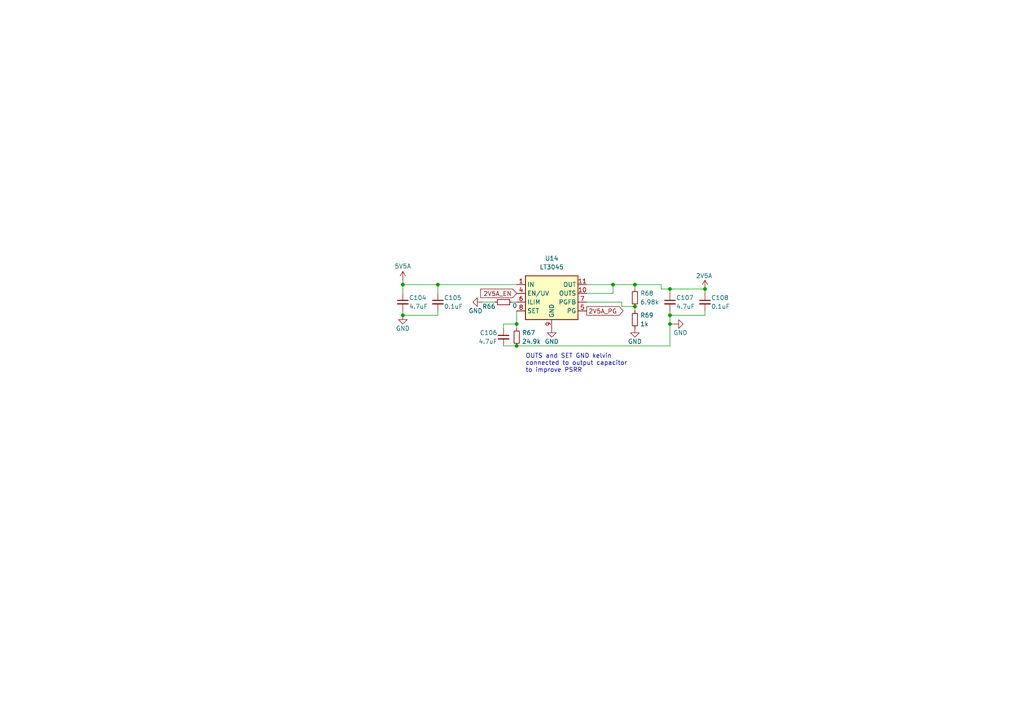
<source format=kicad_sch>
(kicad_sch (version 20250114) (generator "eeschema") (generator_version "9.0")
  (paper "A4")
  (lib_symbols
    (symbol "Device:C_Small" (pin_numbers (hide yes)) (pin_names (offset 0.254) (hide yes))
      (property "Reference" "C" (at 0.254 1.778 0))
      (property "Value" "C_Small" (at 0.254 -2.032 0))
      (symbol "C_Small_0_1"
        (polyline (pts (xy -1.524 0.508) (xy 1.524 0.508)) (stroke (width 0.3048)))
        (polyline (pts (xy -1.524 -0.508) (xy 1.524 -0.508)) (stroke (width 0.3302)))
      )
      (symbol "C_Small_1_1"
        (pin passive line (at 0 2.54 270) (length 2.032) (name "~") (number "1"))
        (pin passive line (at 0 -2.54 90) (length 2.032) (name "~") (number "2"))
      )
    )
    (symbol "Device:R_Small" (pin_numbers (hide yes)) (pin_names (offset 0.254) (hide yes))
      (property "Reference" "R" (at 0.762 0.508 0))
      (property "Value" "R_Small" (at 0.762 -1.016 0))
      (symbol "R_Small_0_1"
        (rectangle (start -0.762 1.778) (end 0.762 -1.778) (stroke (width 0.2032)))
      )
      (symbol "R_Small_1_1"
        (pin passive line (at 0 2.54 270) (length 0.762) (name "~") (number "1"))
        (pin passive line (at 0 -2.54 90) (length 0.762) (name "~") (number "2"))
      )
    )
    (symbol "Regulator_Linear:LT3045xMSE"
      (property "Reference" "U" (at -6.35 6.35 0))
      (property "Value" "LT3045xMSE" (at 1.27 6.35 0))
      (symbol "LT3045xMSE_0_1"
        (rectangle (start -7.62 5.08) (end 7.62 -7.62) (stroke (width 0.254)) (fill (type background)))
      )
      (symbol "LT3045xMSE_1_1"
        (pin power_in line (at -10.16 2.54 0) (length 2.54) (name "IN") (number "1"))
        (pin passive line (at -10.16 2.54 0) (length 2.54) (hide yes) (name "IN") (number "2"))
        (pin passive line (at -10.16 2.54 0) (length 2.54) (hide yes) (name "IN") (number "3"))
        (pin input line (at -10.16 0 0) (length 2.54) (name "EN/UV") (number "4"))
        (pin passive line (at -10.16 -2.54 0) (length 2.54) (name "ILIM") (number "6"))
        (pin passive line (at -10.16 -5.08 0) (length 2.54) (name "SET") (number "8"))
        (pin passive line (at 0 -10.16 90) (length 2.54) (hide yes) (name "GND") (number "13"))
        (pin power_in line (at 0 -10.16 90) (length 2.54) (name "GND") (number "9"))
        (pin power_out line (at 10.16 2.54 180) (length 2.54) (name "OUT") (number "11"))
        (pin passive line (at 10.16 2.54 180) (length 2.54) (hide yes) (name "OUT") (number "12"))
        (pin input line (at 10.16 0 180) (length 2.54) (name "OUTS") (number "10"))
        (pin input line (at 10.16 -2.54 180) (length 2.54) (name "PGFB") (number "7"))
        (pin open_collector line (at 10.16 -5.08 180) (length 2.54) (name "PG") (number "5"))
      )
    )
    (symbol "power:+12V" (power) (pin_numbers (hide yes)) (pin_names (offset 0) (hide yes))
      (property "Value" "+12V" (at 0 3.556 0))
      (symbol "+12V_0_1"
        (polyline (pts (xy -0.762 1.27) (xy 0 2.54)))
        (polyline (pts (xy 0 2.54) (xy 0.762 1.27)))
        (polyline (pts (xy 0 0) (xy 0 2.54)))
      )
      (symbol "+12V_1_1"
        (pin power_in line (at 0 0 90) (length 0) (name "~") (number "1"))
      )
    )
    (symbol "power:GND" (power) (pin_numbers (hide yes)) (pin_names (offset 0) (hide yes))
      (property "Value" "GND" (at 0 -3.81 0))
      (symbol "GND_0_1"
        (polyline (pts (xy 0 0) (xy 0 -1.27) (xy 1.27 -1.27) (xy 0 -2.54) (xy -1.27 -1.27) (xy 0 -1.27)))
      )
      (symbol "GND_1_1"
        (pin power_in line (at 0 0 270) (length 0) (name "~") (number "1"))
      )
    )
  )
  (text "OUTS and SET GND kelvin \nconnected to output capacitor\nto improve PSRR" (at 152.4 105.41 0) (effects (font (size 1.27 1.27)) (justify left)))
  (junction (at 149.86 100.33))
  (junction (at 194.31 93.98))
  (junction (at 116.84 82.55))
  (junction (at 194.31 83.82))
  (junction (at 204.47 83.82))
  (junction (at 177.8 82.55))
  (junction (at 184.15 88.9))
  (junction (at 127 82.55))
  (junction (at 194.31 91.44))
  (junction (at 149.86 93.98))
  (junction (at 116.84 91.44))
  (junction (at 184.15 82.55))
  (wire (pts (xy 184.15 82.55) (xy 184.15 83.82)))
  (wire (pts (xy 191.77 82.55) (xy 184.15 82.55)))
  (wire (pts (xy 170.18 85.09) (xy 177.8 85.09)))
  (wire (pts (xy 194.31 85.09) (xy 194.31 83.82)))
  (wire (pts (xy 116.84 82.55) (xy 127 82.55)))
  (wire (pts (xy 204.47 83.82) (xy 204.47 85.09)))
  (wire (pts (xy 149.86 90.17) (xy 149.86 93.98)))
  (wire (pts (xy 148.59 87.63) (xy 149.86 87.63)))
  (wire (pts (xy 127 85.09) (xy 127 82.55)))
  (wire (pts (xy 184.15 82.55) (xy 177.8 82.55)))
  (wire (pts (xy 191.77 83.82) (xy 194.31 83.82)))
  (wire (pts (xy 116.84 82.55) (xy 116.84 85.09)))
  (wire (pts (xy 177.8 85.09) (xy 177.8 82.55)))
  (wire (pts (xy 204.47 91.44) (xy 194.31 91.44)))
  (wire (pts (xy 194.31 83.82) (xy 204.47 83.82)))
  (wire (pts (xy 170.18 87.63) (xy 180.34 87.63)))
  (wire (pts (xy 194.31 93.98) (xy 195.58 93.98)))
  (wire (pts (xy 143.51 87.63) (xy 139.7 87.63)))
  (wire (pts (xy 116.84 91.44) (xy 127 91.44)))
  (wire (pts (xy 146.05 93.98) (xy 149.86 93.98)))
  (wire (pts (xy 170.18 82.55) (xy 177.8 82.55)))
  (wire (pts (xy 194.31 100.33) (xy 194.31 93.98)))
  (wire (pts (xy 191.77 83.82) (xy 191.77 82.55)))
  (wire (pts (xy 116.84 82.55) (xy 116.84 81.28)))
  (wire (pts (xy 204.47 90.17) (xy 204.47 91.44)))
  (wire (pts (xy 194.31 91.44) (xy 194.31 93.98)))
  (wire (pts (xy 194.31 90.17) (xy 194.31 91.44)))
  (wire (pts (xy 180.34 88.9) (xy 184.15 88.9)))
  (wire (pts (xy 146.05 95.25) (xy 146.05 93.98)))
  (wire (pts (xy 146.05 100.33) (xy 149.86 100.33)))
  (wire (pts (xy 127 82.55) (xy 149.86 82.55)))
  (wire (pts (xy 116.84 91.44) (xy 116.84 90.17)))
  (wire (pts (xy 127 90.17) (xy 127 91.44)))
  (wire (pts (xy 180.34 87.63) (xy 180.34 88.9)))
  (wire (pts (xy 149.86 100.33) (xy 194.31 100.33)))
  (wire (pts (xy 184.15 90.17) (xy 184.15 88.9)))
  (wire (pts (xy 149.86 93.98) (xy 149.86 95.25)))
  (global_label "2V5A_PG" (shape output) (at 170.18 90.17 0) (property "Intersheetrefs" "${INTERSHEET_REFS}" (effects (hide yes))))
  (global_label "2V5A_EN" (shape input) (at 149.86 85.09 180) (property "Intersheetrefs" "${INTERSHEET_REFS}" (effects (hide yes))))
  (symbol (lib_id "power:+12V") (at 116.84 81.28 0) (unit 1)
    (property "Reference" "#PWR0125" (effects (hide yes)))
    (property "Value" "5V5A" (at 116.84 77.216 0))
    (property "Description" "Power symbol creates a global label with name \"+12V\"" (effects (hide yes)))
  )
  (symbol (lib_id "power:GND") (at 139.7 87.63 270) (unit 1)
    (property "Reference" "#PWR0127" (effects (hide yes)))
    (property "Value" "GND" (at 137.922 90.17 90))
    (property "Description" "Power symbol creates a global label with name \"GND\" , ground" (effects (hide yes)))
  )
  (symbol (lib_id "power:GND") (at 184.15 95.25 0) (unit 1)
    (property "Reference" "#PWR0129" (effects (hide yes)))
    (property "Value" "GND" (at 184.15 99.06 0))
    (property "Description" "Power symbol creates a global label with name \"GND\" , ground" (effects (hide yes)))
  )
  (symbol (lib_id "power:GND") (at 195.58 93.98 90) (mirror x) (unit 1)
    (property "Reference" "#PWR0130" (effects (hide yes)))
    (property "Value" "GND" (at 197.358 96.52 90))
    (property "Description" "Power symbol creates a global label with name \"GND\" , ground" (effects (hide yes)))
  )
  (symbol (lib_id "Device:C_Small") (at 127 87.63 0) (unit 1)
    (property "Reference" "C105" (at 128.778 86.36 0) (effects (justify left)))
    (property "Value" "0.1uF" (at 128.778 88.9 0) (effects (justify left)))
    (property "Footprint" "Capacitor_SMD:C_0402_1005Metric" (effects (hide yes)))
    (property "Description" "0.1 µF ±10% 50V Ceramic Capacitor X7R 0402 (1005 Metric)" (effects (hide yes)))
    (property "M" "MURATA" (effects (hide yes)))
    (property "MPN" "GCM155R71H104KE02J" (effects (hide yes)))
  )
  (symbol (lib_id "Device:R_Small") (at 146.05 87.63 90) (mirror x) (unit 1)
    (property "Reference" "R66" (at 143.764 88.9 90) (effects (justify left)))
    (property "Value" "0" (at 148.59 88.646 90) (effects (justify right)))
    (property "Footprint" "Resistor_SMD:R_0603_1608Metric" (effects (hide yes)))
    (property "Description" "0 Ohms Jumper Chip Resistor 0603 (1608 Metric) Automotive AEC-Q200 Thick Film" (effects (hide yes)))
    (property "M" "VISHAY" (effects (hide yes)))
    (property "MPN" "CRCW06030000Z0EA" (effects (hide yes)))
  )
  (symbol (lib_id "Regulator_Linear:LT3045xMSE") (at 160.02 85.09 0) (unit 1)
    (property "Reference" "U14" (at 160.02 74.93 0))
    (property "Value" "LT3045" (at 160.02 77.47 0))
    (property "Footprint" "Package_SO:MSOP-12-1EP_3x4.039mm_P0.65mm_EP1.651x2.845mm" (effects (hide yes)))
    (property "Datasheet" "https://www.analog.com/media/en/technical-documentation/data-sheets/3045fa.pdf" (effects (hide yes)))
    (property "Description" "500mA, Adjustable, Ultralow Noise, Ultrahigh PSRR Linear Regulator, MSOP-12" (effects (hide yes)))
    (property "M" "ANALOG" (effects (hide yes)))
    (property "MPN" "LT3045EMSE#TRPBF" (effects (hide yes)))
  )
  (symbol (lib_id "Device:C_Small") (at 146.05 97.79 0) (mirror y) (unit 1)
    (property "Reference" "C106" (at 144.272 96.52 0) (effects (justify left)))
    (property "Value" "4.7uF" (at 144.272 99.06 0) (effects (justify left)))
    (property "Footprint" "Capacitor_SMD:C_1206_3216Metric" (effects (hide yes)))
    (property "Description" "4.7 µF ±10% 100V Ceramic Capacitor X7R 1206 (3216 Metric)" (effects (hide yes)))
    (property "M" "MURATA" (effects (hide yes)))
    (property "MPN" "GRM31CZ72A475KE11L" (effects (hide yes)))
  )
  (symbol (lib_id "power:GND") (at 116.84 91.44 0) (unit 1)
    (property "Reference" "#PWR0126" (effects (hide yes)))
    (property "Value" "GND" (at 116.84 95.25 0))
    (property "Description" "Power symbol creates a global label with name \"GND\" , ground" (effects (hide yes)))
  )
  (symbol (lib_id "Device:C_Small") (at 204.47 87.63 0) (unit 1)
    (property "Reference" "C108" (at 206.248 86.36 0) (effects (justify left)))
    (property "Value" "0.1uF" (at 206.248 88.9 0) (effects (justify left)))
    (property "Footprint" "Capacitor_SMD:C_0402_1005Metric" (effects (hide yes)))
    (property "Description" "0.1 µF ±10% 50V Ceramic Capacitor X7R 0402 (1005 Metric)" (effects (hide yes)))
    (property "M" "MURATA" (effects (hide yes)))
    (property "MPN" "GCM155R71H104KE02J" (effects (hide yes)))
  )
  (symbol (lib_id "power:+12V") (at 204.47 83.82 0) (unit 1)
    (property "Reference" "#PWR0131" (effects (hide yes)))
    (property "Value" "2V5A" (at 204.216 80.01 0))
    (property "Description" "Power symbol creates a global label with name \"+12V\"" (effects (hide yes)))
  )
  (symbol (lib_id "power:GND") (at 160.02 95.25 0) (unit 1)
    (property "Reference" "#PWR0128" (effects (hide yes)))
    (property "Value" "GND" (at 160.02 99.06 0))
    (property "Description" "Power symbol creates a global label with name \"GND\" , ground" (effects (hide yes)))
  )
  (symbol (lib_id "Device:R_Small") (at 184.15 86.36 0) (mirror y) (unit 1)
    (property "Reference" "R68" (at 185.674 85.09 0) (effects (justify right)))
    (property "Value" "6.98k" (at 185.674 87.63 0) (effects (justify right)))
    (property "Footprint" "Resistor_SMD:R_0603_1608Metric" (effects (hide yes)))
    (property "Description" "6.98 kOhms ±1% 0.1W, 1/10W Chip Resistor 0603 (1608 Metric) Automotive AEC-Q200 Thick Film" (effects (hide yes)))
    (property "M" "VISHAY" (effects (hide yes)))
    (property "MPN" "CRCW06036K98FKEA" (effects (hide yes)))
  )
  (symbol (lib_id "Device:C_Small") (at 194.31 87.63 0) (unit 1)
    (property "Reference" "C107" (at 196.088 86.36 0) (effects (justify left)))
    (property "Value" "4.7uF" (at 196.088 88.9 0) (effects (justify left)))
    (property "Footprint" "Capacitor_SMD:C_1206_3216Metric" (effects (hide yes)))
    (property "Description" "4.7 µF ±10% 100V Ceramic Capacitor X7R 1206 (3216 Metric)" (effects (hide yes)))
    (property "M" "MURATA" (effects (hide yes)))
    (property "MPN" "GRM31CZ72A475KE11L" (effects (hide yes)))
  )
  (symbol (lib_id "Device:C_Small") (at 116.84 87.63 0) (unit 1)
    (property "Reference" "C104" (at 118.618 86.36 0) (effects (justify left)))
    (property "Value" "4.7uF" (at 118.618 88.9 0) (effects (justify left)))
    (property "Footprint" "Capacitor_SMD:C_1206_3216Metric" (effects (hide yes)))
    (property "Description" "4.7 µF ±10% 100V Ceramic Capacitor X7R 1206 (3216 Metric)" (effects (hide yes)))
    (property "M" "MURATA" (effects (hide yes)))
    (property "MPN" "GRM31CZ72A475KE11L" (effects (hide yes)))
  )
  (symbol (lib_id "Device:R_Small") (at 184.15 92.71 0) (mirror y) (unit 1)
    (property "Reference" "R69" (at 185.674 91.44 0) (effects (justify right)))
    (property "Value" "1k" (at 185.674 93.98 0) (effects (justify right)))
    (property "Footprint" "Resistor_SMD:R_0603_1608Metric" (effects (hide yes)))
    (property "Description" "1 kOhms ±1% 0.1W, 1/10W Chip Resistor 0603 (1608 Metric) Automotive AEC-Q200 Thick Film" (effects (hide yes)))
    (property "M" "VISHAY" (effects (hide yes)))
    (property "MPN" "CRCW06031K00FKEA" (effects (hide yes)))
  )
  (symbol (lib_id "Device:R_Small") (at 149.86 97.79 0) (mirror y) (unit 1)
    (property "Reference" "R67" (at 151.384 96.52 0) (effects (justify right)))
    (property "Value" "24.9k" (at 151.384 99.06 0) (effects (justify right)))
    (property "Footprint" "Resistor_SMD:R_0603_1608Metric" (effects (hide yes)))
    (property "Description" "24.9 kOhms ±0.1% 0.21W Chip Resistor 0603 (1608 Metric) Anti-Sulfur, Automotive AEC-Q200, Moisture Resistant Thin Film" (effects (hide yes)))
    (property "M" "VISHAY" (effects (hide yes)))
    (property "MPN" "TNPW060324K9BEEN" (effects (hide yes)))
  )
)
</source>
